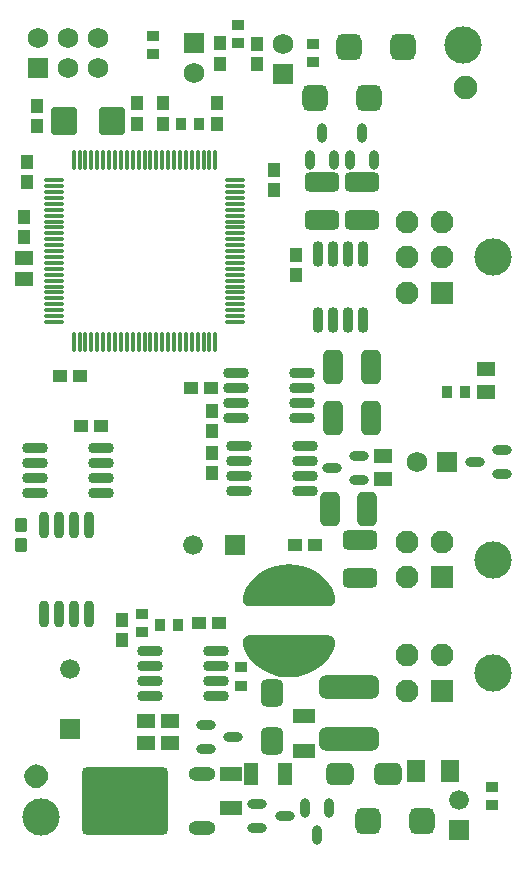
<source format=gts>
G04 Layer_Color=8388736*
%FSLAX24Y24*%
%MOIN*%
G70*
G01*
G75*
%ADD63O,0.0906X0.0454*%
%ADD64R,0.0749X0.0473*%
%ADD65R,0.0414X0.0335*%
%ADD66R,0.0414X0.0454*%
%ADD67R,0.0335X0.0414*%
G04:AMPARAMS|DCode=68|XSize=96.5mil|YSize=88.7mil|CornerRadius=15.4mil|HoleSize=0mil|Usage=FLASHONLY|Rotation=270.000|XOffset=0mil|YOffset=0mil|HoleType=Round|Shape=RoundedRectangle|*
%AMROUNDEDRECTD68*
21,1,0.0965,0.0579,0,0,270.0*
21,1,0.0657,0.0887,0,0,270.0*
1,1,0.0308,-0.0289,-0.0329*
1,1,0.0308,-0.0289,0.0329*
1,1,0.0308,0.0289,0.0329*
1,1,0.0308,0.0289,-0.0329*
%
%ADD68ROUNDEDRECTD68*%
%ADD69O,0.0157X0.0669*%
%ADD70O,0.0669X0.0157*%
%ADD71R,0.0454X0.0414*%
%ADD72O,0.0860X0.0355*%
%ADD73O,0.0355X0.0910*%
G04:AMPARAMS|DCode=74|XSize=116.2mil|YSize=65mil|CornerRadius=17.8mil|HoleSize=0mil|Usage=FLASHONLY|Rotation=90.000|XOffset=0mil|YOffset=0mil|HoleType=Round|Shape=RoundedRectangle|*
%AMROUNDEDRECTD74*
21,1,0.1162,0.0295,0,0,90.0*
21,1,0.0807,0.0650,0,0,90.0*
1,1,0.0355,0.0148,0.0404*
1,1,0.0355,0.0148,-0.0404*
1,1,0.0355,-0.0148,-0.0404*
1,1,0.0355,-0.0148,0.0404*
%
%ADD74ROUNDEDRECTD74*%
%ADD75O,0.0650X0.0341*%
%ADD76O,0.0355X0.0860*%
G04:AMPARAMS|DCode=77|XSize=116.2mil|YSize=65mil|CornerRadius=17.8mil|HoleSize=0mil|Usage=FLASHONLY|Rotation=0.000|XOffset=0mil|YOffset=0mil|HoleType=Round|Shape=RoundedRectangle|*
%AMROUNDEDRECTD77*
21,1,0.1162,0.0295,0,0,0.0*
21,1,0.0807,0.0650,0,0,0.0*
1,1,0.0355,0.0404,-0.0148*
1,1,0.0355,-0.0404,-0.0148*
1,1,0.0355,-0.0404,0.0148*
1,1,0.0355,0.0404,0.0148*
%
%ADD77ROUNDEDRECTD77*%
%ADD78O,0.0341X0.0650*%
G04:AMPARAMS|DCode=79|XSize=88.7mil|YSize=84.7mil|CornerRadius=22.7mil|HoleSize=0mil|Usage=FLASHONLY|Rotation=90.000|XOffset=0mil|YOffset=0mil|HoleType=Round|Shape=RoundedRectangle|*
%AMROUNDEDRECTD79*
21,1,0.0887,0.0394,0,0,90.0*
21,1,0.0433,0.0847,0,0,90.0*
1,1,0.0454,0.0197,0.0217*
1,1,0.0454,0.0197,-0.0217*
1,1,0.0454,-0.0197,-0.0217*
1,1,0.0454,-0.0197,0.0217*
%
%ADD79ROUNDEDRECTD79*%
G04:AMPARAMS|DCode=80|XSize=200.9mil|YSize=76.8mil|CornerRadius=20.7mil|HoleSize=0mil|Usage=FLASHONLY|Rotation=0.000|XOffset=0mil|YOffset=0mil|HoleType=Round|Shape=RoundedRectangle|*
%AMROUNDEDRECTD80*
21,1,0.2009,0.0354,0,0,0.0*
21,1,0.1594,0.0768,0,0,0.0*
1,1,0.0414,0.0797,-0.0177*
1,1,0.0414,-0.0797,-0.0177*
1,1,0.0414,-0.0797,0.0177*
1,1,0.0414,0.0797,0.0177*
%
%ADD80ROUNDEDRECTD80*%
G04:AMPARAMS|DCode=81|XSize=92.6mil|YSize=74.9mil|CornerRadius=20.2mil|HoleSize=0mil|Usage=FLASHONLY|Rotation=0.000|XOffset=0mil|YOffset=0mil|HoleType=Round|Shape=RoundedRectangle|*
%AMROUNDEDRECTD81*
21,1,0.0926,0.0344,0,0,0.0*
21,1,0.0522,0.0749,0,0,0.0*
1,1,0.0404,0.0261,-0.0172*
1,1,0.0404,-0.0261,-0.0172*
1,1,0.0404,-0.0261,0.0172*
1,1,0.0404,0.0261,0.0172*
%
%ADD81ROUNDEDRECTD81*%
%ADD82R,0.0611X0.0768*%
%ADD83R,0.0473X0.0749*%
%ADD84R,0.0611X0.0473*%
G04:AMPARAMS|DCode=85|XSize=92.6mil|YSize=74.9mil|CornerRadius=20.2mil|HoleSize=0mil|Usage=FLASHONLY|Rotation=90.000|XOffset=0mil|YOffset=0mil|HoleType=Round|Shape=RoundedRectangle|*
%AMROUNDEDRECTD85*
21,1,0.0926,0.0344,0,0,90.0*
21,1,0.0522,0.0749,0,0,90.0*
1,1,0.0404,0.0172,0.0261*
1,1,0.0404,0.0172,-0.0261*
1,1,0.0404,-0.0172,-0.0261*
1,1,0.0404,-0.0172,0.0261*
%
%ADD85ROUNDEDRECTD85*%
%ADD86R,0.0454X0.0454*%
%ADD87R,0.0631X0.0513*%
G04:AMPARAMS|DCode=88|XSize=45.4mil|YSize=41.4mil|CornerRadius=4.8mil|HoleSize=0mil|Usage=FLASHONLY|Rotation=270.000|XOffset=0mil|YOffset=0mil|HoleType=Round|Shape=RoundedRectangle|*
%AMROUNDEDRECTD88*
21,1,0.0454,0.0319,0,0,270.0*
21,1,0.0358,0.0414,0,0,270.0*
1,1,0.0095,-0.0159,-0.0179*
1,1,0.0095,-0.0159,0.0179*
1,1,0.0095,0.0159,0.0179*
1,1,0.0095,0.0159,-0.0179*
%
%ADD88ROUNDEDRECTD88*%
G04:AMPARAMS|DCode=89|XSize=285.5mil|YSize=224.5mil|CornerRadius=13.9mil|HoleSize=0mil|Usage=FLASHONLY|Rotation=180.000|XOffset=0mil|YOffset=0mil|HoleType=Round|Shape=RoundedRectangle|*
%AMROUNDEDRECTD89*
21,1,0.2855,0.1967,0,0,180.0*
21,1,0.2577,0.2245,0,0,180.0*
1,1,0.0278,-0.1288,0.0983*
1,1,0.0278,0.1288,0.0983*
1,1,0.0278,0.1288,-0.0983*
1,1,0.0278,-0.1288,-0.0983*
%
%ADD89ROUNDEDRECTD89*%
%ADD90R,0.0768X0.0768*%
%ADD91C,0.0768*%
%ADD92C,0.1241*%
%ADD93C,0.0660*%
%ADD94R,0.0660X0.0660*%
%ADD95C,0.0690*%
%ADD96R,0.0690X0.0690*%
%ADD97R,0.0690X0.0690*%
%ADD98R,0.0660X0.0660*%
G36*
X43330Y22669D02*
X43335Y22670D01*
X43409Y22656D01*
X43416Y22651D01*
X43424Y22650D01*
X43488Y22609D01*
X43493Y22603D01*
X43500Y22598D01*
X43544Y22537D01*
X43546Y22529D01*
X43551Y22523D01*
X43571Y22450D01*
X43570Y22442D01*
X43572Y22434D01*
X43563Y22359D01*
X43561Y22355D01*
X43561Y22351D01*
X43521Y22221D01*
X43520Y22220D01*
X43520Y22218D01*
X43459Y22067D01*
X43457Y22065D01*
X43456Y22061D01*
X43373Y21921D01*
X43370Y21919D01*
X43369Y21916D01*
X43265Y21791D01*
X43264Y21790D01*
X43263Y21788D01*
X43258Y21784D01*
X43257Y21783D01*
X43256Y21782D01*
X43091Y21633D01*
X43088Y21632D01*
X43086Y21629D01*
X42902Y21504D01*
X42899Y21503D01*
X42897Y21501D01*
X42698Y21400D01*
X42695Y21400D01*
X42693Y21398D01*
X42482Y21325D01*
X42479Y21326D01*
X42477Y21324D01*
X42258Y21280D01*
X42255Y21280D01*
X42253Y21279D01*
X42030Y21264D01*
X42028Y21265D01*
X42025Y21264D01*
X41802Y21279D01*
X41800Y21280D01*
X41797Y21280D01*
X41578Y21324D01*
X41576Y21326D01*
X41573Y21325D01*
X41362Y21398D01*
X41360Y21400D01*
X41357Y21400D01*
X41158Y21501D01*
X41156Y21503D01*
X41153Y21504D01*
X40969Y21629D01*
X40967Y21632D01*
X40964Y21633D01*
X40799Y21782D01*
X40798Y21783D01*
X40797Y21784D01*
X40794Y21786D01*
X40794Y21788D01*
X40792Y21789D01*
X40687Y21915D01*
X40686Y21919D01*
X40683Y21921D01*
X40599Y22062D01*
X40598Y22066D01*
X40596Y22068D01*
X40534Y22221D01*
X40534Y22223D01*
X40533Y22224D01*
X40491Y22358D01*
X40492Y22363D01*
X40490Y22366D01*
X40481Y22439D01*
X40483Y22447D01*
X40482Y22455D01*
X40501Y22526D01*
X40506Y22533D01*
X40508Y22541D01*
X40552Y22600D01*
X40559Y22604D01*
X40563Y22611D01*
X40626Y22650D01*
X40634Y22652D01*
X40641Y22656D01*
X40713Y22670D01*
X40717Y22669D01*
X40721Y22670D01*
X43326D01*
X43330Y22669D01*
D02*
G37*
G36*
X33705Y18356D02*
X33801Y18316D01*
X33883Y18253D01*
X33946Y18171D01*
X33986Y18075D01*
X33999Y17972D01*
X33986Y17870D01*
X33946Y17774D01*
X33883Y17692D01*
X33801Y17629D01*
X33705Y17589D01*
X33602Y17575D01*
X33500Y17589D01*
X33404Y17629D01*
X33322Y17692D01*
X33258Y17774D01*
X33219Y17870D01*
X33205Y17972D01*
X33219Y18075D01*
X33258Y18171D01*
X33322Y18253D01*
X33404Y18316D01*
X33500Y18356D01*
X33602Y18370D01*
X33705Y18356D01*
D02*
G37*
G36*
X48016Y41309D02*
X48112Y41269D01*
X48194Y41206D01*
X48257Y41124D01*
X48297Y41028D01*
X48310Y40925D01*
X48297Y40822D01*
X48257Y40727D01*
X48194Y40644D01*
X48112Y40581D01*
X48016Y40542D01*
X47913Y40528D01*
X47811Y40542D01*
X47715Y40581D01*
X47633Y40644D01*
X47569Y40727D01*
X47530Y40822D01*
X47516Y40925D01*
X47530Y41028D01*
X47569Y41124D01*
X47633Y41206D01*
X47715Y41269D01*
X47811Y41309D01*
X47913Y41322D01*
X48016Y41309D01*
D02*
G37*
G36*
X42253Y25020D02*
X42255Y25019D01*
X42258Y25020D01*
X42477Y24975D01*
X42479Y24974D01*
X42482Y24974D01*
X42693Y24901D01*
X42695Y24899D01*
X42698Y24899D01*
X42897Y24799D01*
X42899Y24796D01*
X42902Y24796D01*
X43086Y24670D01*
X43088Y24667D01*
X43091Y24666D01*
X43256Y24517D01*
X43257Y24516D01*
X43258Y24515D01*
X43261Y24513D01*
X43261Y24511D01*
X43263Y24511D01*
X43368Y24384D01*
X43369Y24381D01*
X43372Y24378D01*
X43456Y24237D01*
X43457Y24234D01*
X43459Y24231D01*
X43521Y24078D01*
X43521Y24076D01*
X43522Y24075D01*
X43564Y23941D01*
X43563Y23937D01*
X43565Y23933D01*
X43574Y23860D01*
X43572Y23852D01*
X43573Y23844D01*
X43554Y23773D01*
X43549Y23766D01*
X43547Y23758D01*
X43504Y23699D01*
X43496Y23695D01*
X43492Y23688D01*
X43430Y23649D01*
X43421Y23648D01*
X43415Y23643D01*
X43342Y23630D01*
X43338Y23630D01*
X43334Y23629D01*
X40729D01*
X40725Y23630D01*
X40721Y23630D01*
X40646Y23644D01*
X40639Y23648D01*
X40631Y23650D01*
X40567Y23690D01*
X40563Y23697D01*
X40556Y23701D01*
X40511Y23762D01*
X40509Y23770D01*
X40504Y23776D01*
X40484Y23849D01*
X40486Y23858D01*
X40483Y23865D01*
X40492Y23941D01*
X40494Y23944D01*
X40494Y23948D01*
X40534Y24078D01*
X40535Y24079D01*
X40535Y24081D01*
X40596Y24232D01*
X40598Y24235D01*
X40599Y24238D01*
X40682Y24378D01*
X40685Y24380D01*
X40686Y24383D01*
X40790Y24508D01*
X40792Y24509D01*
X40792Y24511D01*
X40797Y24515D01*
X40798Y24516D01*
X40799Y24517D01*
X40964Y24666D01*
X40967Y24667D01*
X40969Y24670D01*
X41153Y24796D01*
X41156Y24796D01*
X41158Y24799D01*
X41357Y24899D01*
X41360Y24899D01*
X41362Y24901D01*
X41573Y24974D01*
X41576Y24974D01*
X41578Y24975D01*
X41797Y25020D01*
X41800Y25019D01*
X41802Y25020D01*
X42025Y25035D01*
X42028Y25034D01*
X42030Y25035D01*
X42253Y25020D01*
D02*
G37*
D63*
X39114Y16238D02*
D03*
Y18033D02*
D03*
D64*
X42539Y18819D02*
D03*
Y19961D02*
D03*
X40089Y18041D02*
D03*
Y16900D02*
D03*
D65*
X48800Y16995D02*
D03*
Y17605D02*
D03*
X37490Y42647D02*
D03*
Y42037D02*
D03*
X42835Y41762D02*
D03*
Y42372D02*
D03*
X40344Y42392D02*
D03*
Y43002D02*
D03*
X40443Y21594D02*
D03*
Y20984D02*
D03*
X37126Y22776D02*
D03*
Y23386D02*
D03*
D66*
X41526Y37500D02*
D03*
Y38169D02*
D03*
X39646Y39724D02*
D03*
Y40394D02*
D03*
X37825Y39724D02*
D03*
Y40394D02*
D03*
X33297Y37776D02*
D03*
Y38445D02*
D03*
X33622Y39646D02*
D03*
Y40315D02*
D03*
X36969Y39724D02*
D03*
Y40394D02*
D03*
X39478Y30157D02*
D03*
Y29488D02*
D03*
X42264Y34685D02*
D03*
Y35354D02*
D03*
X39744Y42392D02*
D03*
Y41722D02*
D03*
X40955Y42382D02*
D03*
Y41713D02*
D03*
X39469Y28061D02*
D03*
Y28730D02*
D03*
X36457Y22510D02*
D03*
Y23179D02*
D03*
X33189Y36604D02*
D03*
Y35935D02*
D03*
D67*
X39045Y39724D02*
D03*
X38435D02*
D03*
X37727Y23012D02*
D03*
X38337D02*
D03*
X47893Y30787D02*
D03*
X47283D02*
D03*
D68*
X34547Y39803D02*
D03*
X36122D02*
D03*
D69*
X37215Y32441D02*
D03*
Y38504D02*
D03*
X39577Y32441D02*
D03*
X39380D02*
D03*
X39183D02*
D03*
X38986D02*
D03*
X38789D02*
D03*
X38593D02*
D03*
X38396D02*
D03*
X38199D02*
D03*
X38002D02*
D03*
X37805D02*
D03*
X37608D02*
D03*
X37411D02*
D03*
X37018D02*
D03*
X36821D02*
D03*
X36624D02*
D03*
X36427D02*
D03*
X36230D02*
D03*
X36033D02*
D03*
X35837D02*
D03*
X35640D02*
D03*
X35443D02*
D03*
X35246D02*
D03*
X35049D02*
D03*
X34852D02*
D03*
X37411Y38504D02*
D03*
X37608D02*
D03*
X37805D02*
D03*
X38002D02*
D03*
X38199D02*
D03*
X38396D02*
D03*
X38593D02*
D03*
X38789D02*
D03*
X38986D02*
D03*
X39183D02*
D03*
X39380D02*
D03*
X39577D02*
D03*
X34852D02*
D03*
X35049D02*
D03*
X35246D02*
D03*
X35443D02*
D03*
X35640D02*
D03*
X35837D02*
D03*
X36033D02*
D03*
X36230D02*
D03*
X36427D02*
D03*
X36624D02*
D03*
X36821D02*
D03*
X37018D02*
D03*
D70*
X40246Y35472D02*
D03*
X34183D02*
D03*
X40246Y35276D02*
D03*
Y35079D02*
D03*
Y34882D02*
D03*
Y34685D02*
D03*
Y34488D02*
D03*
Y34291D02*
D03*
Y34094D02*
D03*
Y33898D02*
D03*
Y33701D02*
D03*
Y33504D02*
D03*
Y33307D02*
D03*
Y33110D02*
D03*
X34183D02*
D03*
Y33307D02*
D03*
Y33504D02*
D03*
Y33701D02*
D03*
Y33898D02*
D03*
Y34094D02*
D03*
Y34291D02*
D03*
Y34488D02*
D03*
Y34685D02*
D03*
Y34882D02*
D03*
Y35079D02*
D03*
Y35276D02*
D03*
X40246Y37835D02*
D03*
Y37638D02*
D03*
Y37441D02*
D03*
Y37244D02*
D03*
Y37047D02*
D03*
Y36850D02*
D03*
Y36654D02*
D03*
Y36457D02*
D03*
Y36260D02*
D03*
Y36063D02*
D03*
Y35866D02*
D03*
Y35669D02*
D03*
X34183D02*
D03*
Y35866D02*
D03*
Y36063D02*
D03*
Y36260D02*
D03*
Y36457D02*
D03*
Y36654D02*
D03*
Y36850D02*
D03*
Y37047D02*
D03*
Y37244D02*
D03*
Y37441D02*
D03*
Y37638D02*
D03*
Y37835D02*
D03*
D71*
X38770Y30915D02*
D03*
X39439D02*
D03*
X35069Y31309D02*
D03*
X34400D02*
D03*
X35108Y29656D02*
D03*
X35778D02*
D03*
X39016Y23081D02*
D03*
X39685D02*
D03*
X42234Y25659D02*
D03*
X42904D02*
D03*
D72*
X33573Y28896D02*
D03*
Y28396D02*
D03*
X35773D02*
D03*
Y28896D02*
D03*
X33573Y27396D02*
D03*
X35773D02*
D03*
X33573Y27896D02*
D03*
X35773D02*
D03*
X40270Y31411D02*
D03*
Y30911D02*
D03*
X42470D02*
D03*
Y31411D02*
D03*
X40270Y29911D02*
D03*
X42470D02*
D03*
X40270Y30411D02*
D03*
X42470D02*
D03*
X40364Y28980D02*
D03*
Y28480D02*
D03*
X42564D02*
D03*
Y28980D02*
D03*
X40364Y27480D02*
D03*
X42564D02*
D03*
X40364Y27980D02*
D03*
X42564D02*
D03*
X39611Y20652D02*
D03*
Y21152D02*
D03*
X37411D02*
D03*
Y20652D02*
D03*
X39611Y22152D02*
D03*
X37411D02*
D03*
X39611Y21652D02*
D03*
X37411D02*
D03*
D73*
X34864Y26339D02*
D03*
Y23389D02*
D03*
X33864Y26339D02*
D03*
X34364D02*
D03*
X35364D02*
D03*
X33864Y23389D02*
D03*
X34364D02*
D03*
X35364D02*
D03*
D74*
X44646Y26890D02*
D03*
X43386D02*
D03*
X44754Y31594D02*
D03*
X43494D02*
D03*
X44754Y29902D02*
D03*
X43494D02*
D03*
D75*
X48218Y28445D02*
D03*
X49128Y28845D02*
D03*
Y28045D02*
D03*
X43470Y28244D02*
D03*
X44380Y28644D02*
D03*
Y27844D02*
D03*
X41884Y16657D02*
D03*
X40974Y16257D02*
D03*
Y17057D02*
D03*
X40167Y19282D02*
D03*
X39257Y18881D02*
D03*
Y19682D02*
D03*
D76*
X42998Y33159D02*
D03*
X43498D02*
D03*
Y35359D02*
D03*
X42998D02*
D03*
X44498Y33159D02*
D03*
Y35359D02*
D03*
X43998Y33159D02*
D03*
Y35359D02*
D03*
D77*
X43140Y36506D02*
D03*
Y37766D02*
D03*
X44459Y36506D02*
D03*
Y37766D02*
D03*
X44409Y24587D02*
D03*
Y25846D02*
D03*
D78*
X44455Y39404D02*
D03*
X44055Y38494D02*
D03*
X44855D02*
D03*
X43136Y39404D02*
D03*
X42736Y38494D02*
D03*
X43536D02*
D03*
X42972Y16014D02*
D03*
X42572Y16924D02*
D03*
X43372D02*
D03*
D79*
X42894Y40581D02*
D03*
X44705D02*
D03*
X45827Y42264D02*
D03*
X44016D02*
D03*
X46467Y16486D02*
D03*
X44656D02*
D03*
D80*
X44026Y20935D02*
D03*
Y19203D02*
D03*
D81*
X43720Y18041D02*
D03*
X45335D02*
D03*
D82*
X47402Y18140D02*
D03*
X46260D02*
D03*
D83*
X40758Y18041D02*
D03*
X41900D02*
D03*
D84*
X38071Y19075D02*
D03*
Y19823D02*
D03*
X37274Y19075D02*
D03*
Y19823D02*
D03*
X48593Y31535D02*
D03*
Y30787D02*
D03*
X45177Y28632D02*
D03*
Y27884D02*
D03*
D85*
X41476Y19134D02*
D03*
Y20748D02*
D03*
D86*
X42028Y24200D02*
D03*
Y22100D02*
D03*
D87*
X33189Y34528D02*
D03*
Y35236D02*
D03*
D88*
X33091Y25669D02*
D03*
Y26339D02*
D03*
D89*
X36555Y17136D02*
D03*
D90*
X47136Y34080D02*
D03*
Y24592D02*
D03*
Y20813D02*
D03*
D91*
Y35261D02*
D03*
X45955Y34080D02*
D03*
Y35261D02*
D03*
X47136Y36443D02*
D03*
X45955D02*
D03*
X47136Y25773D02*
D03*
X45955D02*
D03*
Y24592D02*
D03*
X47136Y21994D02*
D03*
X45955D02*
D03*
Y20813D02*
D03*
D92*
X48829Y35261D02*
D03*
X48837Y25183D02*
D03*
Y21403D02*
D03*
X47844Y42348D02*
D03*
X33750Y16600D02*
D03*
D93*
X34734Y21557D02*
D03*
X38839Y25669D02*
D03*
X47687Y17177D02*
D03*
D94*
X34734Y19557D02*
D03*
X47687Y16177D02*
D03*
D95*
X41831Y42374D02*
D03*
X38858Y41397D02*
D03*
X35679Y42574D02*
D03*
Y41574D02*
D03*
X34679Y42574D02*
D03*
X33679D02*
D03*
X34679Y41574D02*
D03*
X46283Y28445D02*
D03*
D96*
X41831Y41374D02*
D03*
X38858Y42397D02*
D03*
D97*
X33679Y41574D02*
D03*
X47283Y28445D02*
D03*
D98*
X40217Y25669D02*
D03*
M02*

</source>
